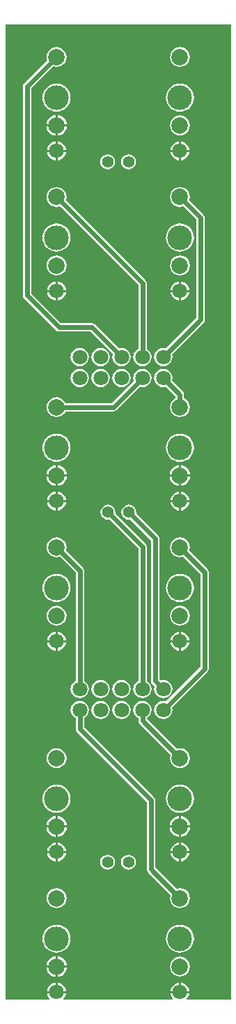
<source format=gbl>
G04 Layer_Physical_Order=2*
G04 Layer_Color=16711680*
%FSLAX25Y25*%
%MOIN*%
G70*
G01*
G75*
%ADD10C,0.02362*%
%ADD11C,0.07087*%
%ADD12C,0.07874*%
%ADD13C,0.11811*%
%ADD14C,0.07087*%
%ADD15C,0.05512*%
G36*
X112969Y5141D02*
X92126D01*
X91931Y5641D01*
X92551Y6449D01*
X93009Y7554D01*
X93099Y8240D01*
X84066D01*
X84156Y7554D01*
X84614Y6449D01*
X85234Y5641D01*
X85040Y5141D01*
X33071D01*
X32876Y5641D01*
X33496Y6449D01*
X33954Y7554D01*
X34044Y8240D01*
X25011D01*
X25101Y7554D01*
X25559Y6449D01*
X26179Y5641D01*
X25984Y5141D01*
X5141D01*
Y471237D01*
X112969D01*
Y5141D01*
D02*
G37*
%LPC*%
G36*
X88583Y226037D02*
X87349Y225874D01*
X86200Y225398D01*
X85213Y224641D01*
X84456Y223654D01*
X83980Y222505D01*
X83817Y221272D01*
X83980Y220038D01*
X84456Y218889D01*
X85213Y217902D01*
X86200Y217145D01*
X87349Y216669D01*
X88583Y216507D01*
X89816Y216669D01*
X90192Y216824D01*
X98387Y208629D01*
Y164138D01*
X81937Y147689D01*
X81761Y147763D01*
X80630Y147911D01*
X79499Y147763D01*
X78446Y147326D01*
X77541Y146632D01*
X76847Y145727D01*
X76411Y144674D01*
X76262Y143543D01*
X76411Y142413D01*
X76847Y141359D01*
X77541Y140455D01*
X78446Y139760D01*
X79499Y139324D01*
X80630Y139175D01*
X81761Y139324D01*
X82814Y139760D01*
X83719Y140455D01*
X84413Y141359D01*
X84849Y142413D01*
X84998Y143543D01*
X84849Y144674D01*
X84776Y144851D01*
X101813Y161888D01*
X102248Y162539D01*
X102401Y163307D01*
Y209461D01*
X102248Y210229D01*
X101813Y210880D01*
X93030Y219663D01*
X93186Y220038D01*
X93348Y221272D01*
X93186Y222505D01*
X92709Y223654D01*
X91952Y224641D01*
X90965Y225398D01*
X89816Y225874D01*
X88583Y226037D01*
D02*
G37*
G36*
X60630Y147911D02*
X59499Y147763D01*
X58446Y147326D01*
X57541Y146632D01*
X56847Y145727D01*
X56411Y144674D01*
X56262Y143543D01*
X56411Y142413D01*
X56847Y141359D01*
X57541Y140455D01*
X58446Y139760D01*
X59499Y139324D01*
X60630Y139175D01*
X61760Y139324D01*
X62814Y139760D01*
X63719Y140455D01*
X64413Y141359D01*
X64849Y142413D01*
X64998Y143543D01*
X64849Y144674D01*
X64413Y145727D01*
X63719Y146632D01*
X62814Y147326D01*
X61760Y147763D01*
X60630Y147911D01*
D02*
G37*
G36*
X50630D02*
X49499Y147763D01*
X48446Y147326D01*
X47541Y146632D01*
X46847Y145727D01*
X46411Y144674D01*
X46262Y143543D01*
X46411Y142413D01*
X46847Y141359D01*
X47541Y140455D01*
X48446Y139760D01*
X49499Y139324D01*
X50630Y139175D01*
X51761Y139324D01*
X52814Y139760D01*
X53719Y140455D01*
X54413Y141359D01*
X54849Y142413D01*
X54998Y143543D01*
X54849Y144674D01*
X54413Y145727D01*
X53719Y146632D01*
X52814Y147326D01*
X51761Y147763D01*
X50630Y147911D01*
D02*
G37*
G36*
X29528Y226037D02*
X28294Y225874D01*
X27145Y225398D01*
X26158Y224641D01*
X25401Y223654D01*
X24925Y222505D01*
X24762Y221272D01*
X24925Y220038D01*
X25401Y218889D01*
X26158Y217902D01*
X27145Y217145D01*
X28294Y216669D01*
X29528Y216507D01*
X30761Y216669D01*
X31136Y216824D01*
X38623Y209338D01*
Y157399D01*
X38446Y157326D01*
X37541Y156632D01*
X36847Y155727D01*
X36411Y154674D01*
X36262Y153543D01*
X36411Y152413D01*
X36847Y151359D01*
X37541Y150455D01*
X38446Y149760D01*
X39499Y149324D01*
X40630Y149175D01*
X41761Y149324D01*
X42814Y149760D01*
X43719Y150455D01*
X44413Y151359D01*
X44849Y152413D01*
X44998Y153543D01*
X44849Y154674D01*
X44413Y155727D01*
X43719Y156632D01*
X42814Y157326D01*
X42637Y157399D01*
Y210169D01*
X42484Y210937D01*
X42049Y211589D01*
X33975Y219663D01*
X34130Y220038D01*
X34293Y221272D01*
X34130Y222505D01*
X33654Y223654D01*
X32897Y224641D01*
X31910Y225398D01*
X30761Y225874D01*
X29528Y226037D01*
D02*
G37*
G36*
X54139Y241664D02*
X53214Y241543D01*
X52352Y241186D01*
X51612Y240618D01*
X51044Y239878D01*
X50687Y239016D01*
X50565Y238090D01*
X50687Y237165D01*
X51044Y236304D01*
X51612Y235563D01*
X52352Y234996D01*
X53214Y234638D01*
X54139Y234517D01*
X54789Y234602D01*
X68623Y220768D01*
Y157399D01*
X68446Y157326D01*
X67541Y156632D01*
X66847Y155727D01*
X66411Y154674D01*
X66262Y153543D01*
X66411Y152413D01*
X66847Y151359D01*
X67541Y150455D01*
X68446Y149760D01*
X69499Y149324D01*
X70630Y149175D01*
X71760Y149324D01*
X72814Y149760D01*
X73719Y150455D01*
X74413Y151359D01*
X74849Y152413D01*
X74998Y153543D01*
X74849Y154674D01*
X74413Y155727D01*
X73719Y156632D01*
X72814Y157326D01*
X72637Y157399D01*
Y221599D01*
X72484Y222367D01*
X72049Y223019D01*
X57627Y237441D01*
X57713Y238090D01*
X57591Y239016D01*
X57234Y239878D01*
X56666Y240618D01*
X55926Y241186D01*
X55064Y241543D01*
X54139Y241664D01*
D02*
G37*
G36*
X60630Y157911D02*
X59499Y157763D01*
X58446Y157326D01*
X57541Y156632D01*
X56847Y155727D01*
X56411Y154674D01*
X56262Y153543D01*
X56411Y152413D01*
X56847Y151359D01*
X57541Y150455D01*
X58446Y149760D01*
X59499Y149324D01*
X60630Y149175D01*
X61760Y149324D01*
X62814Y149760D01*
X63719Y150455D01*
X64413Y151359D01*
X64849Y152413D01*
X64998Y153543D01*
X64849Y154674D01*
X64413Y155727D01*
X63719Y156632D01*
X62814Y157326D01*
X61760Y157763D01*
X60630Y157911D01*
D02*
G37*
G36*
X50630D02*
X49499Y157763D01*
X48446Y157326D01*
X47541Y156632D01*
X46847Y155727D01*
X46411Y154674D01*
X46262Y153543D01*
X46411Y152413D01*
X46847Y151359D01*
X47541Y150455D01*
X48446Y149760D01*
X49499Y149324D01*
X50630Y149175D01*
X51761Y149324D01*
X52814Y149760D01*
X53719Y150455D01*
X54413Y151359D01*
X54849Y152413D01*
X54998Y153543D01*
X54849Y154674D01*
X54413Y155727D01*
X53719Y156632D01*
X52814Y157326D01*
X51761Y157763D01*
X50630Y157911D01*
D02*
G37*
G36*
X89083Y92788D02*
Y88374D01*
X93497D01*
X93393Y89163D01*
X92895Y90364D01*
X92104Y91395D01*
X91072Y92186D01*
X89872Y92684D01*
X89083Y92788D01*
D02*
G37*
G36*
X88083D02*
X87294Y92684D01*
X86093Y92186D01*
X85062Y91395D01*
X84270Y90364D01*
X83773Y89163D01*
X83669Y88374D01*
X88083D01*
Y92788D01*
D02*
G37*
G36*
X30028D02*
Y88374D01*
X34441D01*
X34337Y89163D01*
X33840Y90364D01*
X33049Y91395D01*
X32017Y92186D01*
X30816Y92684D01*
X30028Y92788D01*
D02*
G37*
G36*
X29528Y107906D02*
X28216Y107777D01*
X26954Y107395D01*
X25791Y106773D01*
X24772Y105937D01*
X23936Y104918D01*
X23314Y103755D01*
X22931Y102493D01*
X22802Y101181D01*
X22931Y99869D01*
X23314Y98607D01*
X23936Y97445D01*
X24772Y96426D01*
X25791Y95589D01*
X26954Y94968D01*
X28216Y94585D01*
X29528Y94456D01*
X30840Y94585D01*
X32101Y94968D01*
X33264Y95589D01*
X34283Y96426D01*
X35119Y97445D01*
X35741Y98607D01*
X36124Y99869D01*
X36253Y101181D01*
X36124Y102493D01*
X35741Y103755D01*
X35119Y104918D01*
X34283Y105937D01*
X33264Y106773D01*
X32101Y107395D01*
X30840Y107777D01*
X29528Y107906D01*
D02*
G37*
G36*
X70630Y147911D02*
X69499Y147763D01*
X68446Y147326D01*
X67541Y146632D01*
X66847Y145727D01*
X66411Y144674D01*
X66262Y143543D01*
X66411Y142413D01*
X66847Y141359D01*
X67541Y140455D01*
X68446Y139760D01*
X68623Y139687D01*
Y138504D01*
X68776Y137736D01*
X69211Y137085D01*
X84135Y122160D01*
X83980Y121784D01*
X83817Y120551D01*
X83980Y119318D01*
X84456Y118169D01*
X85213Y117182D01*
X86200Y116424D01*
X87349Y115948D01*
X88583Y115786D01*
X89816Y115948D01*
X90965Y116424D01*
X91952Y117182D01*
X92709Y118169D01*
X93186Y119318D01*
X93348Y120551D01*
X93186Y121784D01*
X92709Y122934D01*
X91952Y123921D01*
X90965Y124678D01*
X89816Y125154D01*
X88583Y125316D01*
X87349Y125154D01*
X86974Y124998D01*
X72747Y139225D01*
X72813Y139757D01*
X72815Y139761D01*
X73719Y140455D01*
X74413Y141359D01*
X74849Y142413D01*
X74998Y143543D01*
X74849Y144674D01*
X74413Y145727D01*
X73719Y146632D01*
X72814Y147326D01*
X71760Y147763D01*
X70630Y147911D01*
D02*
G37*
G36*
X29528Y125316D02*
X28294Y125154D01*
X27145Y124678D01*
X26158Y123921D01*
X25401Y122934D01*
X24925Y121784D01*
X24762Y120551D01*
X24925Y119318D01*
X25401Y118169D01*
X26158Y117182D01*
X27145Y116424D01*
X28294Y115948D01*
X29528Y115786D01*
X30761Y115948D01*
X31910Y116424D01*
X32897Y117182D01*
X33654Y118169D01*
X34130Y119318D01*
X34293Y120551D01*
X34130Y121784D01*
X33654Y122934D01*
X32897Y123921D01*
X31910Y124678D01*
X30761Y125154D01*
X29528Y125316D01*
D02*
G37*
G36*
X88583Y107906D02*
X87271Y107777D01*
X86009Y107395D01*
X84846Y106773D01*
X83827Y105937D01*
X82991Y104918D01*
X82369Y103755D01*
X81987Y102493D01*
X81857Y101181D01*
X81987Y99869D01*
X82369Y98607D01*
X82991Y97445D01*
X83827Y96426D01*
X84846Y95589D01*
X86009Y94968D01*
X87271Y94585D01*
X88583Y94456D01*
X89895Y94585D01*
X91156Y94968D01*
X92319Y95589D01*
X93338Y96426D01*
X94174Y97445D01*
X94796Y98607D01*
X95179Y99869D01*
X95308Y101181D01*
X95179Y102493D01*
X94796Y103755D01*
X94174Y104918D01*
X93338Y105937D01*
X92319Y106773D01*
X91156Y107395D01*
X89895Y107777D01*
X88583Y107906D01*
D02*
G37*
G36*
X29528Y193360D02*
X28294Y193197D01*
X27145Y192721D01*
X26158Y191964D01*
X25401Y190977D01*
X24925Y189828D01*
X24762Y188594D01*
X24925Y187361D01*
X25401Y186212D01*
X26158Y185225D01*
X27145Y184468D01*
X28294Y183992D01*
X29528Y183829D01*
X30761Y183992D01*
X31910Y184468D01*
X32897Y185225D01*
X33654Y186212D01*
X34130Y187361D01*
X34293Y188594D01*
X34130Y189828D01*
X33654Y190977D01*
X32897Y191964D01*
X31910Y192721D01*
X30761Y193197D01*
X29528Y193360D01*
D02*
G37*
G36*
X89083Y180906D02*
Y176890D01*
X93099D01*
X93009Y177576D01*
X92551Y178681D01*
X91823Y179630D01*
X90874Y180358D01*
X89769Y180816D01*
X89083Y180906D01*
D02*
G37*
G36*
X88083D02*
X87397Y180816D01*
X86291Y180358D01*
X85342Y179630D01*
X84614Y178681D01*
X84156Y177576D01*
X84066Y176890D01*
X88083D01*
Y180906D01*
D02*
G37*
G36*
X88583Y193360D02*
X87349Y193197D01*
X86200Y192721D01*
X85213Y191964D01*
X84456Y190977D01*
X83980Y189828D01*
X83817Y188594D01*
X83980Y187361D01*
X84456Y186212D01*
X85213Y185225D01*
X86200Y184468D01*
X87349Y183992D01*
X88583Y183829D01*
X89816Y183992D01*
X90965Y184468D01*
X91952Y185225D01*
X92709Y186212D01*
X93186Y187361D01*
X93348Y188594D01*
X93186Y189828D01*
X92709Y190977D01*
X91952Y191964D01*
X90965Y192721D01*
X89816Y193197D01*
X88583Y193360D01*
D02*
G37*
G36*
X29028Y242886D02*
X25011D01*
X25101Y242200D01*
X25559Y241095D01*
X26287Y240145D01*
X27236Y239417D01*
X28341Y238960D01*
X29028Y238869D01*
Y242886D01*
D02*
G37*
G36*
X88583Y208627D02*
X87271Y208498D01*
X86009Y208115D01*
X84846Y207493D01*
X83827Y206657D01*
X82991Y205638D01*
X82369Y204475D01*
X81987Y203214D01*
X81857Y201902D01*
X81987Y200589D01*
X82369Y199328D01*
X82991Y198165D01*
X83827Y197146D01*
X84846Y196310D01*
X86009Y195688D01*
X87271Y195306D01*
X88583Y195176D01*
X89895Y195306D01*
X91156Y195688D01*
X92319Y196310D01*
X93338Y197146D01*
X94174Y198165D01*
X94796Y199328D01*
X95179Y200589D01*
X95308Y201902D01*
X95179Y203214D01*
X94796Y204475D01*
X94174Y205638D01*
X93338Y206657D01*
X92319Y207493D01*
X91156Y208115D01*
X89895Y208498D01*
X88583Y208627D01*
D02*
G37*
G36*
X29528D02*
X28216Y208498D01*
X26954Y208115D01*
X25791Y207493D01*
X24772Y206657D01*
X23936Y205638D01*
X23314Y204475D01*
X22931Y203214D01*
X22802Y201902D01*
X22931Y200589D01*
X23314Y199328D01*
X23936Y198165D01*
X24772Y197146D01*
X25791Y196310D01*
X26954Y195688D01*
X28216Y195306D01*
X29528Y195176D01*
X30840Y195306D01*
X32101Y195688D01*
X33264Y196310D01*
X34283Y197146D01*
X35119Y198165D01*
X35741Y199328D01*
X36124Y200589D01*
X36253Y201902D01*
X36124Y203214D01*
X35741Y204475D01*
X35119Y205638D01*
X34283Y206657D01*
X33264Y207493D01*
X32101Y208115D01*
X30840Y208498D01*
X29528Y208627D01*
D02*
G37*
G36*
X34044Y175890D02*
X30028D01*
Y171873D01*
X30714Y171963D01*
X31819Y172421D01*
X32768Y173149D01*
X33496Y174099D01*
X33954Y175204D01*
X34044Y175890D01*
D02*
G37*
G36*
X29028D02*
X25011D01*
X25101Y175204D01*
X25559Y174099D01*
X26287Y173149D01*
X27236Y172421D01*
X28341Y171963D01*
X29028Y171873D01*
Y175890D01*
D02*
G37*
G36*
X64139Y241664D02*
X63214Y241543D01*
X62352Y241186D01*
X61612Y240618D01*
X61044Y239878D01*
X60687Y239016D01*
X60565Y238090D01*
X60687Y237165D01*
X61044Y236304D01*
X61612Y235563D01*
X62352Y234996D01*
X63214Y234638D01*
X64139Y234517D01*
X64789Y234602D01*
X74765Y224626D01*
Y157402D01*
X74917Y156633D01*
X75352Y155982D01*
X76484Y154851D01*
X76411Y154674D01*
X76262Y153543D01*
X76411Y152413D01*
X76847Y151359D01*
X77541Y150455D01*
X78446Y149760D01*
X79499Y149324D01*
X80630Y149175D01*
X81761Y149324D01*
X82814Y149760D01*
X83719Y150455D01*
X84413Y151359D01*
X84849Y152413D01*
X84998Y153543D01*
X84849Y154674D01*
X84413Y155727D01*
X83719Y156632D01*
X82814Y157326D01*
X81761Y157763D01*
X80630Y157911D01*
X79499Y157763D01*
X79322Y157689D01*
X78779Y158233D01*
Y225458D01*
X78626Y226226D01*
X78191Y226877D01*
X67627Y237441D01*
X67713Y238090D01*
X67591Y239016D01*
X67234Y239878D01*
X66666Y240618D01*
X65926Y241186D01*
X65064Y241543D01*
X64139Y241664D01*
D02*
G37*
G36*
X88083Y175890D02*
X84066D01*
X84156Y175204D01*
X84614Y174099D01*
X85342Y173149D01*
X86291Y172421D01*
X87397Y171963D01*
X88083Y171873D01*
Y175890D01*
D02*
G37*
G36*
X30028Y180906D02*
Y176890D01*
X34044D01*
X33954Y177576D01*
X33496Y178681D01*
X32768Y179630D01*
X31819Y180358D01*
X30714Y180816D01*
X30028Y180906D01*
D02*
G37*
G36*
X29028D02*
X28341Y180816D01*
X27236Y180358D01*
X26287Y179630D01*
X25559Y178681D01*
X25101Y177576D01*
X25011Y176890D01*
X29028D01*
Y180906D01*
D02*
G37*
G36*
X93099Y175890D02*
X89083D01*
Y171873D01*
X89769Y171963D01*
X90874Y172421D01*
X91823Y173149D01*
X92551Y174099D01*
X93009Y175204D01*
X93099Y175890D01*
D02*
G37*
G36*
X29528Y40977D02*
X28216Y40848D01*
X26954Y40465D01*
X25791Y39844D01*
X24772Y39007D01*
X23936Y37988D01*
X23314Y36826D01*
X22931Y35564D01*
X22802Y34252D01*
X22931Y32940D01*
X23314Y31678D01*
X23936Y30516D01*
X24772Y29496D01*
X25791Y28660D01*
X26954Y28039D01*
X28216Y27656D01*
X29528Y27527D01*
X30840Y27656D01*
X32101Y28039D01*
X33264Y28660D01*
X34283Y29496D01*
X35119Y30516D01*
X35741Y31678D01*
X36124Y32940D01*
X36253Y34252D01*
X36124Y35564D01*
X35741Y36826D01*
X35119Y37988D01*
X34283Y39007D01*
X33264Y39844D01*
X32101Y40465D01*
X30840Y40848D01*
X29528Y40977D01*
D02*
G37*
G36*
X30028Y25859D02*
Y21445D01*
X34441D01*
X34337Y22234D01*
X33840Y23435D01*
X33049Y24466D01*
X32017Y25257D01*
X30816Y25755D01*
X30028Y25859D01*
D02*
G37*
G36*
X29028D02*
X28239Y25755D01*
X27038Y25257D01*
X26006Y24466D01*
X25215Y23435D01*
X24718Y22234D01*
X24614Y21445D01*
X29028D01*
Y25859D01*
D02*
G37*
G36*
X88583Y40977D02*
X87271Y40848D01*
X86009Y40465D01*
X84846Y39844D01*
X83827Y39007D01*
X82991Y37988D01*
X82369Y36826D01*
X81987Y35564D01*
X81857Y34252D01*
X81987Y32940D01*
X82369Y31678D01*
X82991Y30516D01*
X83827Y29496D01*
X84846Y28660D01*
X86009Y28039D01*
X87271Y27656D01*
X88583Y27527D01*
X89895Y27656D01*
X91156Y28039D01*
X92319Y28660D01*
X93338Y29496D01*
X94174Y30516D01*
X94796Y31678D01*
X95179Y32940D01*
X95308Y34252D01*
X95179Y35564D01*
X94796Y36826D01*
X94174Y37988D01*
X93338Y39007D01*
X92319Y39844D01*
X91156Y40465D01*
X89895Y40848D01*
X88583Y40977D01*
D02*
G37*
G36*
X53976Y74440D02*
X53051Y74318D01*
X52189Y73961D01*
X51449Y73393D01*
X50881Y72653D01*
X50524Y71791D01*
X50402Y70866D01*
X50524Y69941D01*
X50881Y69079D01*
X51449Y68339D01*
X52189Y67771D01*
X53051Y67414D01*
X53976Y67292D01*
X54901Y67414D01*
X55763Y67771D01*
X56503Y68339D01*
X57072Y69079D01*
X57428Y69941D01*
X57550Y70866D01*
X57428Y71791D01*
X57072Y72653D01*
X56503Y73393D01*
X55763Y73961D01*
X54901Y74318D01*
X53976Y74440D01*
D02*
G37*
G36*
X40630Y147911D02*
X39499Y147763D01*
X38446Y147326D01*
X37541Y146632D01*
X36847Y145727D01*
X36411Y144674D01*
X36262Y143543D01*
X36411Y142413D01*
X36847Y141359D01*
X37541Y140455D01*
X38446Y139760D01*
X38623Y139687D01*
Y134567D01*
X38776Y133799D01*
X39211Y133148D01*
X72796Y99562D01*
Y67402D01*
X72949Y66633D01*
X73384Y65982D01*
X84135Y55231D01*
X83980Y54855D01*
X83817Y53622D01*
X83980Y52389D01*
X84456Y51240D01*
X85213Y50253D01*
X86200Y49495D01*
X87349Y49019D01*
X88583Y48857D01*
X89816Y49019D01*
X90965Y49495D01*
X91952Y50253D01*
X92709Y51240D01*
X93186Y52389D01*
X93348Y53622D01*
X93186Y54855D01*
X92709Y56005D01*
X91952Y56991D01*
X90965Y57749D01*
X89816Y58225D01*
X88583Y58387D01*
X87349Y58225D01*
X86974Y58069D01*
X76810Y68233D01*
Y100394D01*
X76657Y101162D01*
X76222Y101813D01*
X42637Y135398D01*
Y139687D01*
X42814Y139760D01*
X43719Y140455D01*
X44413Y141359D01*
X44849Y142413D01*
X44998Y143543D01*
X44849Y144674D01*
X44413Y145727D01*
X43719Y146632D01*
X42814Y147326D01*
X41761Y147763D01*
X40630Y147911D01*
D02*
G37*
G36*
X29528Y58387D02*
X28294Y58225D01*
X27145Y57749D01*
X26158Y56991D01*
X25401Y56005D01*
X24925Y54855D01*
X24762Y53622D01*
X24925Y52389D01*
X25401Y51240D01*
X26158Y50253D01*
X27145Y49495D01*
X28294Y49019D01*
X29528Y48857D01*
X30761Y49019D01*
X31910Y49495D01*
X32897Y50253D01*
X33654Y51240D01*
X34130Y52389D01*
X34293Y53622D01*
X34130Y54855D01*
X33654Y56005D01*
X32897Y56991D01*
X31910Y57749D01*
X30761Y58225D01*
X29528Y58387D01*
D02*
G37*
G36*
X88083Y13257D02*
X87397Y13167D01*
X86291Y12709D01*
X85342Y11981D01*
X84614Y11031D01*
X84156Y9926D01*
X84066Y9240D01*
X88083D01*
Y13257D01*
D02*
G37*
G36*
X30028D02*
Y9240D01*
X34044D01*
X33954Y9926D01*
X33496Y11031D01*
X32768Y11981D01*
X31819Y12709D01*
X30714Y13167D01*
X30028Y13257D01*
D02*
G37*
G36*
X29028D02*
X28341Y13167D01*
X27236Y12709D01*
X26287Y11981D01*
X25559Y11031D01*
X25101Y9926D01*
X25011Y9240D01*
X29028D01*
Y13257D01*
D02*
G37*
G36*
X89083D02*
Y9240D01*
X93099D01*
X93009Y9926D01*
X92551Y11031D01*
X91823Y11981D01*
X90874Y12709D01*
X89769Y13167D01*
X89083Y13257D01*
D02*
G37*
G36*
X88583Y25710D02*
X87349Y25548D01*
X86200Y25072D01*
X85213Y24314D01*
X84456Y23327D01*
X83980Y22178D01*
X83817Y20945D01*
X83980Y19712D01*
X84456Y18562D01*
X85213Y17575D01*
X86200Y16818D01*
X87349Y16342D01*
X88583Y16180D01*
X89816Y16342D01*
X90965Y16818D01*
X91952Y17575D01*
X92709Y18562D01*
X93186Y19712D01*
X93348Y20945D01*
X93186Y22178D01*
X92709Y23327D01*
X91952Y24314D01*
X90965Y25072D01*
X89816Y25548D01*
X88583Y25710D01*
D02*
G37*
G36*
X34441Y20445D02*
X30028D01*
Y16031D01*
X30816Y16135D01*
X32017Y16632D01*
X33049Y17424D01*
X33840Y18455D01*
X34337Y19656D01*
X34441Y20445D01*
D02*
G37*
G36*
X29028D02*
X24614D01*
X24718Y19656D01*
X25215Y18455D01*
X26006Y17424D01*
X27038Y16632D01*
X28239Y16135D01*
X29028Y16031D01*
Y20445D01*
D02*
G37*
G36*
Y87374D02*
X24614D01*
X24718Y86585D01*
X25215Y85384D01*
X26006Y84353D01*
X27038Y83561D01*
X28239Y83064D01*
X29028Y82960D01*
Y87374D01*
D02*
G37*
G36*
X89083Y80186D02*
Y76169D01*
X93099D01*
X93009Y76855D01*
X92551Y77960D01*
X91823Y78910D01*
X90874Y79638D01*
X89769Y80096D01*
X89083Y80186D01*
D02*
G37*
G36*
X88083D02*
X87397Y80096D01*
X86291Y79638D01*
X85342Y78910D01*
X84614Y77960D01*
X84156Y76855D01*
X84066Y76169D01*
X88083D01*
Y80186D01*
D02*
G37*
G36*
X34441Y87374D02*
X30028D01*
Y82960D01*
X30816Y83064D01*
X32017Y83561D01*
X33049Y84353D01*
X33840Y85384D01*
X34337Y86585D01*
X34441Y87374D01*
D02*
G37*
G36*
X29028Y92788D02*
X28239Y92684D01*
X27038Y92186D01*
X26006Y91395D01*
X25215Y90364D01*
X24718Y89163D01*
X24614Y88374D01*
X29028D01*
Y92788D01*
D02*
G37*
G36*
X93497Y87374D02*
X89083D01*
Y82960D01*
X89872Y83064D01*
X91072Y83561D01*
X92104Y84353D01*
X92895Y85384D01*
X93393Y86585D01*
X93497Y87374D01*
D02*
G37*
G36*
X88083D02*
X83669D01*
X83773Y86585D01*
X84270Y85384D01*
X85062Y84353D01*
X86093Y83561D01*
X87294Y83064D01*
X88083Y82960D01*
Y87374D01*
D02*
G37*
G36*
X34044Y75169D02*
X30028D01*
Y71153D01*
X30714Y71243D01*
X31819Y71701D01*
X32768Y72429D01*
X33496Y73378D01*
X33954Y74483D01*
X34044Y75169D01*
D02*
G37*
G36*
X29028D02*
X25011D01*
X25101Y74483D01*
X25559Y73378D01*
X26287Y72429D01*
X27236Y71701D01*
X28341Y71243D01*
X29028Y71153D01*
Y75169D01*
D02*
G37*
G36*
X63976Y74440D02*
X63051Y74318D01*
X62190Y73961D01*
X61449Y73393D01*
X60881Y72653D01*
X60524Y71791D01*
X60403Y70866D01*
X60524Y69941D01*
X60881Y69079D01*
X61449Y68339D01*
X62190Y67771D01*
X63051Y67414D01*
X63976Y67292D01*
X64901Y67414D01*
X65763Y67771D01*
X66504Y68339D01*
X67071Y69079D01*
X67428Y69941D01*
X67550Y70866D01*
X67428Y71791D01*
X67071Y72653D01*
X66504Y73393D01*
X65763Y73961D01*
X64901Y74318D01*
X63976Y74440D01*
D02*
G37*
G36*
X88083Y75169D02*
X84066D01*
X84156Y74483D01*
X84614Y73378D01*
X85342Y72429D01*
X86291Y71701D01*
X87397Y71243D01*
X88083Y71153D01*
Y75169D01*
D02*
G37*
G36*
X30028Y80186D02*
Y76169D01*
X34044D01*
X33954Y76855D01*
X33496Y77960D01*
X32768Y78910D01*
X31819Y79638D01*
X30714Y80096D01*
X30028Y80186D01*
D02*
G37*
G36*
X29028D02*
X28341Y80096D01*
X27236Y79638D01*
X26287Y78910D01*
X25559Y77960D01*
X25101Y76855D01*
X25011Y76169D01*
X29028D01*
Y80186D01*
D02*
G37*
G36*
X93099Y75169D02*
X89083D01*
Y71153D01*
X89769Y71243D01*
X90874Y71701D01*
X91823Y72429D01*
X92551Y73378D01*
X93009Y74483D01*
X93099Y75169D01*
D02*
G37*
G36*
X54035Y409086D02*
X53110Y408964D01*
X52249Y408607D01*
X51508Y408039D01*
X50940Y407299D01*
X50583Y406437D01*
X50462Y405512D01*
X50583Y404587D01*
X50940Y403725D01*
X51508Y402985D01*
X52249Y402417D01*
X53110Y402060D01*
X54035Y401938D01*
X54960Y402060D01*
X55822Y402417D01*
X56563Y402985D01*
X57130Y403725D01*
X57487Y404587D01*
X57609Y405512D01*
X57487Y406437D01*
X57130Y407299D01*
X56563Y408039D01*
X55822Y408607D01*
X54960Y408964D01*
X54035Y409086D01*
D02*
G37*
G36*
X88583Y376017D02*
X87271Y375887D01*
X86009Y375505D01*
X84846Y374883D01*
X83827Y374047D01*
X82991Y373028D01*
X82369Y371865D01*
X81987Y370603D01*
X81857Y369291D01*
X81987Y367979D01*
X82369Y366718D01*
X82991Y365555D01*
X83827Y364536D01*
X84846Y363699D01*
X86009Y363078D01*
X87271Y362695D01*
X88583Y362566D01*
X89895Y362695D01*
X91156Y363078D01*
X92319Y363699D01*
X93338Y364536D01*
X94174Y365555D01*
X94796Y366718D01*
X95179Y367979D01*
X95308Y369291D01*
X95179Y370603D01*
X94796Y371865D01*
X94174Y373028D01*
X93338Y374047D01*
X92319Y374883D01*
X91156Y375505D01*
X89895Y375887D01*
X88583Y376017D01*
D02*
G37*
G36*
X29528D02*
X28216Y375887D01*
X26954Y375505D01*
X25791Y374883D01*
X24772Y374047D01*
X23936Y373028D01*
X23314Y371865D01*
X22931Y370603D01*
X22802Y369291D01*
X22931Y367979D01*
X23314Y366718D01*
X23936Y365555D01*
X24772Y364536D01*
X25791Y363699D01*
X26954Y363078D01*
X28216Y362695D01*
X29528Y362566D01*
X30840Y362695D01*
X32101Y363078D01*
X33264Y363699D01*
X34283Y364536D01*
X35119Y365555D01*
X35741Y366718D01*
X36124Y367979D01*
X36253Y369291D01*
X36124Y370603D01*
X35741Y371865D01*
X35119Y373028D01*
X34283Y374047D01*
X33264Y374883D01*
X32101Y375505D01*
X30840Y375887D01*
X29528Y376017D01*
D02*
G37*
G36*
X64035Y409086D02*
X63110Y408964D01*
X62248Y408607D01*
X61508Y408039D01*
X60940Y407299D01*
X60583Y406437D01*
X60462Y405512D01*
X60583Y404587D01*
X60940Y403725D01*
X61508Y402985D01*
X62248Y402417D01*
X63110Y402060D01*
X64035Y401938D01*
X64960Y402060D01*
X65822Y402417D01*
X66562Y402985D01*
X67131Y403725D01*
X67488Y404587D01*
X67609Y405512D01*
X67488Y406437D01*
X67131Y407299D01*
X66562Y408039D01*
X65822Y408607D01*
X64960Y408964D01*
X64035Y409086D01*
D02*
G37*
G36*
X88083Y410209D02*
X84066D01*
X84156Y409523D01*
X84614Y408417D01*
X85342Y407468D01*
X86291Y406740D01*
X87397Y406282D01*
X88083Y406192D01*
Y410209D01*
D02*
G37*
G36*
X34044D02*
X30028D01*
Y406192D01*
X30714Y406282D01*
X31819Y406740D01*
X32768Y407468D01*
X33496Y408417D01*
X33954Y409523D01*
X34044Y410209D01*
D02*
G37*
G36*
X29028D02*
X25011D01*
X25101Y409523D01*
X25559Y408417D01*
X26287Y407468D01*
X27236Y406740D01*
X28341Y406282D01*
X29028Y406192D01*
Y410209D01*
D02*
G37*
G36*
X30028Y348296D02*
Y344280D01*
X34044D01*
X33954Y344966D01*
X33496Y346071D01*
X32768Y347020D01*
X31819Y347748D01*
X30714Y348206D01*
X30028Y348296D01*
D02*
G37*
G36*
X29028D02*
X28341Y348206D01*
X27236Y347748D01*
X26287Y347020D01*
X25559Y346071D01*
X25101Y344966D01*
X25011Y344280D01*
X29028D01*
Y348296D01*
D02*
G37*
G36*
X93099Y343280D02*
X89083D01*
Y339263D01*
X89769Y339353D01*
X90874Y339811D01*
X91823Y340539D01*
X92551Y341488D01*
X93009Y342594D01*
X93099Y343280D01*
D02*
G37*
G36*
X88083Y348296D02*
X87397Y348206D01*
X86291Y347748D01*
X85342Y347020D01*
X84614Y346071D01*
X84156Y344966D01*
X84066Y344280D01*
X88083D01*
Y348296D01*
D02*
G37*
G36*
X88583Y360749D02*
X87349Y360587D01*
X86200Y360111D01*
X85213Y359354D01*
X84456Y358367D01*
X83980Y357218D01*
X83817Y355984D01*
X83980Y354751D01*
X84456Y353602D01*
X85213Y352615D01*
X86200Y351857D01*
X87349Y351381D01*
X88583Y351219D01*
X89816Y351381D01*
X90965Y351857D01*
X91952Y352615D01*
X92709Y353602D01*
X93186Y354751D01*
X93348Y355984D01*
X93186Y357218D01*
X92709Y358367D01*
X91952Y359354D01*
X90965Y360111D01*
X89816Y360587D01*
X88583Y360749D01*
D02*
G37*
G36*
X29528D02*
X28294Y360587D01*
X27145Y360111D01*
X26158Y359354D01*
X25401Y358367D01*
X24925Y357218D01*
X24762Y355984D01*
X24925Y354751D01*
X25401Y353602D01*
X26158Y352615D01*
X27145Y351857D01*
X28294Y351381D01*
X29528Y351219D01*
X30761Y351381D01*
X31910Y351857D01*
X32897Y352615D01*
X33654Y353602D01*
X34130Y354751D01*
X34293Y355984D01*
X34130Y357218D01*
X33654Y358367D01*
X32897Y359354D01*
X31910Y360111D01*
X30761Y360587D01*
X29528Y360749D01*
D02*
G37*
G36*
X89083Y348296D02*
Y344280D01*
X93099D01*
X93009Y344966D01*
X92551Y346071D01*
X91823Y347020D01*
X90874Y347748D01*
X89769Y348206D01*
X89083Y348296D01*
D02*
G37*
G36*
X30028Y427827D02*
Y423413D01*
X34441D01*
X34337Y424202D01*
X33840Y425403D01*
X33049Y426435D01*
X32017Y427226D01*
X30816Y427723D01*
X30028Y427827D01*
D02*
G37*
G36*
X29028D02*
X28239Y427723D01*
X27038Y427226D01*
X26006Y426435D01*
X25215Y425403D01*
X24718Y424202D01*
X24614Y423413D01*
X29028D01*
Y427827D01*
D02*
G37*
G36*
X88583Y427678D02*
X87349Y427516D01*
X86200Y427040D01*
X85213Y426283D01*
X84456Y425296D01*
X83980Y424147D01*
X83817Y422913D01*
X83980Y421680D01*
X84456Y420531D01*
X85213Y419544D01*
X86200Y418787D01*
X87349Y418310D01*
X88583Y418148D01*
X89816Y418310D01*
X90965Y418787D01*
X91952Y419544D01*
X92709Y420531D01*
X93186Y421680D01*
X93348Y422913D01*
X93186Y424147D01*
X92709Y425296D01*
X91952Y426283D01*
X90965Y427040D01*
X89816Y427516D01*
X88583Y427678D01*
D02*
G37*
G36*
X29528Y442946D02*
X28216Y442816D01*
X26954Y442434D01*
X25791Y441812D01*
X24772Y440976D01*
X23936Y439957D01*
X23314Y438794D01*
X22931Y437533D01*
X22802Y436220D01*
X22931Y434908D01*
X23314Y433647D01*
X23936Y432484D01*
X24772Y431465D01*
X25791Y430629D01*
X26954Y430007D01*
X28216Y429624D01*
X29528Y429495D01*
X30840Y429624D01*
X32101Y430007D01*
X33264Y430629D01*
X34283Y431465D01*
X35119Y432484D01*
X35741Y433647D01*
X36124Y434908D01*
X36253Y436220D01*
X36124Y437533D01*
X35741Y438794D01*
X35119Y439957D01*
X34283Y440976D01*
X33264Y441812D01*
X32101Y442434D01*
X30840Y442816D01*
X29528Y442946D01*
D02*
G37*
G36*
X88583Y460356D02*
X87349Y460193D01*
X86200Y459717D01*
X85213Y458960D01*
X84456Y457973D01*
X83980Y456824D01*
X83817Y455590D01*
X83980Y454357D01*
X84456Y453208D01*
X85213Y452221D01*
X86200Y451464D01*
X87349Y450988D01*
X88583Y450825D01*
X89816Y450988D01*
X90965Y451464D01*
X91952Y452221D01*
X92709Y453208D01*
X93186Y454357D01*
X93348Y455590D01*
X93186Y456824D01*
X92709Y457973D01*
X91952Y458960D01*
X90965Y459717D01*
X89816Y460193D01*
X88583Y460356D01*
D02*
G37*
G36*
X29528D02*
X28294Y460193D01*
X27145Y459717D01*
X26158Y458960D01*
X25401Y457973D01*
X24925Y456824D01*
X24762Y455590D01*
X24925Y454357D01*
X25080Y453982D01*
X13935Y442837D01*
X13500Y442185D01*
X13347Y441417D01*
Y341732D01*
X13500Y340964D01*
X13935Y340313D01*
X29289Y324959D01*
X29941Y324524D01*
X30709Y324371D01*
X45625D01*
X56484Y313512D01*
X56411Y313335D01*
X56262Y312205D01*
X56411Y311074D01*
X56847Y310021D01*
X57541Y309116D01*
X58446Y308422D01*
X59499Y307985D01*
X60630Y307837D01*
X61760Y307985D01*
X62814Y308422D01*
X63719Y309116D01*
X64413Y310021D01*
X64849Y311074D01*
X64998Y312205D01*
X64849Y313335D01*
X64413Y314389D01*
X63719Y315293D01*
X62814Y315988D01*
X61760Y316424D01*
X60630Y316573D01*
X59499Y316424D01*
X59322Y316351D01*
X47876Y327797D01*
X47225Y328232D01*
X46457Y328385D01*
X31540D01*
X17361Y342564D01*
Y440586D01*
X27919Y451143D01*
X28294Y450988D01*
X29528Y450825D01*
X30761Y450988D01*
X31910Y451464D01*
X32897Y452221D01*
X33654Y453208D01*
X34130Y454357D01*
X34293Y455590D01*
X34130Y456824D01*
X33654Y457973D01*
X32897Y458960D01*
X31910Y459717D01*
X30761Y460193D01*
X29528Y460356D01*
D02*
G37*
G36*
X88583Y442946D02*
X87271Y442816D01*
X86009Y442434D01*
X84846Y441812D01*
X83827Y440976D01*
X82991Y439957D01*
X82369Y438794D01*
X81987Y437533D01*
X81857Y436220D01*
X81987Y434908D01*
X82369Y433647D01*
X82991Y432484D01*
X83827Y431465D01*
X84846Y430629D01*
X86009Y430007D01*
X87271Y429624D01*
X88583Y429495D01*
X89895Y429624D01*
X91156Y430007D01*
X92319Y430629D01*
X93338Y431465D01*
X94174Y432484D01*
X94796Y433647D01*
X95179Y434908D01*
X95308Y436220D01*
X95179Y437533D01*
X94796Y438794D01*
X94174Y439957D01*
X93338Y440976D01*
X92319Y441812D01*
X91156Y442434D01*
X89895Y442816D01*
X88583Y442946D01*
D02*
G37*
G36*
X30028Y415225D02*
Y411209D01*
X34044D01*
X33954Y411895D01*
X33496Y413000D01*
X32768Y413949D01*
X31819Y414677D01*
X30714Y415135D01*
X30028Y415225D01*
D02*
G37*
G36*
X29028D02*
X28341Y415135D01*
X27236Y414677D01*
X26287Y413949D01*
X25559Y413000D01*
X25101Y411895D01*
X25011Y411209D01*
X29028D01*
Y415225D01*
D02*
G37*
G36*
X93099Y410209D02*
X89083D01*
Y406192D01*
X89769Y406282D01*
X90874Y406740D01*
X91823Y407468D01*
X92551Y408417D01*
X93009Y409523D01*
X93099Y410209D01*
D02*
G37*
G36*
X88083Y415225D02*
X87397Y415135D01*
X86291Y414677D01*
X85342Y413949D01*
X84614Y413000D01*
X84156Y411895D01*
X84066Y411209D01*
X88083D01*
Y415225D01*
D02*
G37*
G36*
X34441Y422413D02*
X30028D01*
Y418000D01*
X30816Y418103D01*
X32017Y418601D01*
X33049Y419392D01*
X33840Y420424D01*
X34337Y421625D01*
X34441Y422413D01*
D02*
G37*
G36*
X29028D02*
X24614D01*
X24718Y421625D01*
X25215Y420424D01*
X26006Y419392D01*
X27038Y418601D01*
X28239Y418103D01*
X29028Y418000D01*
Y422413D01*
D02*
G37*
G36*
X89083Y415225D02*
Y411209D01*
X93099D01*
X93009Y411895D01*
X92551Y413000D01*
X91823Y413949D01*
X90874Y414677D01*
X89769Y415135D01*
X89083Y415225D01*
D02*
G37*
G36*
X88083Y343280D02*
X84066D01*
X84156Y342594D01*
X84614Y341488D01*
X85342Y340539D01*
X86291Y339811D01*
X87397Y339353D01*
X88083Y339263D01*
Y343280D01*
D02*
G37*
G36*
Y255090D02*
X83669D01*
X83773Y254302D01*
X84270Y253101D01*
X85062Y252069D01*
X86093Y251278D01*
X87294Y250781D01*
X88083Y250677D01*
Y255090D01*
D02*
G37*
G36*
X34441D02*
X30028D01*
Y250677D01*
X30816Y250781D01*
X32017Y251278D01*
X33049Y252069D01*
X33840Y253101D01*
X34337Y254302D01*
X34441Y255090D01*
D02*
G37*
G36*
X29028D02*
X24614D01*
X24718Y254302D01*
X25215Y253101D01*
X26006Y252069D01*
X27038Y251278D01*
X28239Y250781D01*
X29028Y250677D01*
Y255090D01*
D02*
G37*
G36*
X93497D02*
X89083D01*
Y250677D01*
X89872Y250781D01*
X91072Y251278D01*
X92104Y252069D01*
X92895Y253101D01*
X93393Y254302D01*
X93497Y255090D01*
D02*
G37*
G36*
X88083Y260504D02*
X87294Y260401D01*
X86093Y259903D01*
X85062Y259112D01*
X84270Y258080D01*
X83773Y256879D01*
X83669Y256090D01*
X88083D01*
Y260504D01*
D02*
G37*
G36*
X30028D02*
Y256090D01*
X34441D01*
X34337Y256879D01*
X33840Y258080D01*
X33049Y259112D01*
X32017Y259903D01*
X30816Y260401D01*
X30028Y260504D01*
D02*
G37*
G36*
X29028D02*
X28239Y260401D01*
X27038Y259903D01*
X26006Y259112D01*
X25215Y258080D01*
X24718Y256879D01*
X24614Y256090D01*
X29028D01*
Y260504D01*
D02*
G37*
G36*
X93099Y242886D02*
X89083D01*
Y238869D01*
X89769Y238960D01*
X90874Y239417D01*
X91823Y240145D01*
X92551Y241095D01*
X93009Y242200D01*
X93099Y242886D01*
D02*
G37*
G36*
X88083D02*
X84066D01*
X84156Y242200D01*
X84614Y241095D01*
X85342Y240145D01*
X86291Y239417D01*
X87397Y238960D01*
X88083Y238869D01*
Y242886D01*
D02*
G37*
G36*
X34044D02*
X30028D01*
Y238869D01*
X30714Y238960D01*
X31819Y239417D01*
X32768Y240145D01*
X33496Y241095D01*
X33954Y242200D01*
X34044Y242886D01*
D02*
G37*
G36*
X29028Y247902D02*
X28341Y247812D01*
X27236Y247354D01*
X26287Y246626D01*
X25559Y245677D01*
X25101Y244572D01*
X25011Y243886D01*
X29028D01*
Y247902D01*
D02*
G37*
G36*
X89083D02*
Y243886D01*
X93099D01*
X93009Y244572D01*
X92551Y245677D01*
X91823Y246626D01*
X90874Y247354D01*
X89769Y247812D01*
X89083Y247902D01*
D02*
G37*
G36*
X88083D02*
X87397Y247812D01*
X86291Y247354D01*
X85342Y246626D01*
X84614Y245677D01*
X84156Y244572D01*
X84066Y243886D01*
X88083D01*
Y247902D01*
D02*
G37*
G36*
X30028D02*
Y243886D01*
X34044D01*
X33954Y244572D01*
X33496Y245677D01*
X32768Y246626D01*
X31819Y247354D01*
X30714Y247812D01*
X30028Y247902D01*
D02*
G37*
G36*
X50630Y316573D02*
X49499Y316424D01*
X48446Y315988D01*
X47541Y315293D01*
X46847Y314389D01*
X46411Y313335D01*
X46262Y312205D01*
X46411Y311074D01*
X46847Y310021D01*
X47541Y309116D01*
X48446Y308422D01*
X49499Y307985D01*
X50630Y307837D01*
X51761Y307985D01*
X52814Y308422D01*
X53719Y309116D01*
X54413Y310021D01*
X54849Y311074D01*
X54998Y312205D01*
X54849Y313335D01*
X54413Y314389D01*
X53719Y315293D01*
X52814Y315988D01*
X51761Y316424D01*
X50630Y316573D01*
D02*
G37*
G36*
X40630D02*
X39499Y316424D01*
X38446Y315988D01*
X37541Y315293D01*
X36847Y314389D01*
X36411Y313335D01*
X36262Y312205D01*
X36411Y311074D01*
X36847Y310021D01*
X37541Y309116D01*
X38446Y308422D01*
X39499Y307985D01*
X40630Y307837D01*
X41761Y307985D01*
X42814Y308422D01*
X43719Y309116D01*
X44413Y310021D01*
X44849Y311074D01*
X44998Y312205D01*
X44849Y313335D01*
X44413Y314389D01*
X43719Y315293D01*
X42814Y315988D01*
X41761Y316424D01*
X40630Y316573D01*
D02*
G37*
G36*
X70630Y306573D02*
X69499Y306424D01*
X68446Y305988D01*
X67541Y305293D01*
X66847Y304389D01*
X66411Y303335D01*
X66262Y302205D01*
X66411Y301074D01*
X66484Y300897D01*
X55862Y290275D01*
X33810D01*
X33654Y290650D01*
X32897Y291637D01*
X31910Y292394D01*
X30761Y292870D01*
X29528Y293033D01*
X28294Y292870D01*
X27145Y292394D01*
X26158Y291637D01*
X25401Y290650D01*
X24925Y289501D01*
X24762Y288268D01*
X24925Y287034D01*
X25401Y285885D01*
X26158Y284898D01*
X27145Y284141D01*
X28294Y283665D01*
X29528Y283503D01*
X30761Y283665D01*
X31910Y284141D01*
X32897Y284898D01*
X33654Y285885D01*
X33810Y286261D01*
X56693D01*
X57461Y286413D01*
X58112Y286848D01*
X69322Y298059D01*
X69499Y297986D01*
X70630Y297837D01*
X71760Y297986D01*
X72814Y298422D01*
X73719Y299116D01*
X74413Y300021D01*
X74849Y301074D01*
X74998Y302205D01*
X74849Y303335D01*
X74413Y304389D01*
X73719Y305293D01*
X72814Y305988D01*
X71760Y306424D01*
X70630Y306573D01*
D02*
G37*
G36*
X29528Y393427D02*
X28294Y393264D01*
X27145Y392788D01*
X26158Y392031D01*
X25401Y391044D01*
X24925Y389895D01*
X24762Y388661D01*
X24925Y387428D01*
X25401Y386279D01*
X26158Y385292D01*
X27145Y384535D01*
X28294Y384059D01*
X29528Y383896D01*
X30761Y384059D01*
X31136Y384214D01*
X68623Y346728D01*
Y316061D01*
X68446Y315988D01*
X67541Y315293D01*
X66847Y314389D01*
X66411Y313335D01*
X66262Y312205D01*
X66411Y311074D01*
X66847Y310021D01*
X67541Y309116D01*
X68446Y308422D01*
X69499Y307985D01*
X70630Y307837D01*
X71760Y307985D01*
X72814Y308422D01*
X73719Y309116D01*
X74413Y310021D01*
X74849Y311074D01*
X74998Y312205D01*
X74849Y313335D01*
X74413Y314389D01*
X73719Y315293D01*
X72814Y315988D01*
X72637Y316061D01*
Y347559D01*
X72484Y348327D01*
X72049Y348978D01*
X33975Y387053D01*
X34130Y387428D01*
X34293Y388661D01*
X34130Y389895D01*
X33654Y391044D01*
X32897Y392031D01*
X31910Y392788D01*
X30761Y393264D01*
X29528Y393427D01*
D02*
G37*
G36*
X34044Y343280D02*
X30028D01*
Y339263D01*
X30714Y339353D01*
X31819Y339811D01*
X32768Y340539D01*
X33496Y341488D01*
X33954Y342594D01*
X34044Y343280D01*
D02*
G37*
G36*
X29028D02*
X25011D01*
X25101Y342594D01*
X25559Y341488D01*
X26287Y340539D01*
X27236Y339811D01*
X28341Y339353D01*
X29028Y339263D01*
Y343280D01*
D02*
G37*
G36*
X88583Y393427D02*
X87349Y393264D01*
X86200Y392788D01*
X85213Y392031D01*
X84456Y391044D01*
X83980Y389895D01*
X83817Y388661D01*
X83980Y387428D01*
X84456Y386279D01*
X85213Y385292D01*
X86200Y384535D01*
X87349Y384059D01*
X88583Y383896D01*
X89816Y384059D01*
X90192Y384214D01*
X96418Y377988D01*
Y330831D01*
X81937Y316351D01*
X81761Y316424D01*
X80630Y316573D01*
X79499Y316424D01*
X78446Y315988D01*
X77541Y315293D01*
X76847Y314389D01*
X76411Y313335D01*
X76262Y312205D01*
X76411Y311074D01*
X76847Y310021D01*
X77541Y309116D01*
X78446Y308422D01*
X79499Y307985D01*
X80630Y307837D01*
X81761Y307985D01*
X82814Y308422D01*
X83719Y309116D01*
X84413Y310021D01*
X84849Y311074D01*
X84998Y312205D01*
X84849Y313335D01*
X84776Y313512D01*
X99844Y328581D01*
X100279Y329232D01*
X100432Y330000D01*
Y378819D01*
X100279Y379587D01*
X99844Y380238D01*
X93030Y387053D01*
X93186Y387428D01*
X93348Y388661D01*
X93186Y389895D01*
X92709Y391044D01*
X91952Y392031D01*
X90965Y392788D01*
X89816Y393264D01*
X88583Y393427D01*
D02*
G37*
G36*
Y275623D02*
X87271Y275494D01*
X86009Y275111D01*
X84846Y274489D01*
X83827Y273653D01*
X82991Y272634D01*
X82369Y271471D01*
X81987Y270210D01*
X81857Y268898D01*
X81987Y267586D01*
X82369Y266324D01*
X82991Y265161D01*
X83827Y264142D01*
X84846Y263306D01*
X86009Y262684D01*
X87271Y262301D01*
X88583Y262172D01*
X89895Y262301D01*
X91156Y262684D01*
X92319Y263306D01*
X93338Y264142D01*
X94174Y265161D01*
X94796Y266324D01*
X95179Y267586D01*
X95308Y268898D01*
X95179Y270210D01*
X94796Y271471D01*
X94174Y272634D01*
X93338Y273653D01*
X92319Y274489D01*
X91156Y275111D01*
X89895Y275494D01*
X88583Y275623D01*
D02*
G37*
G36*
X29528D02*
X28216Y275494D01*
X26954Y275111D01*
X25791Y274489D01*
X24772Y273653D01*
X23936Y272634D01*
X23314Y271471D01*
X22931Y270210D01*
X22802Y268898D01*
X22931Y267586D01*
X23314Y266324D01*
X23936Y265161D01*
X24772Y264142D01*
X25791Y263306D01*
X26954Y262684D01*
X28216Y262301D01*
X29528Y262172D01*
X30840Y262301D01*
X32101Y262684D01*
X33264Y263306D01*
X34283Y264142D01*
X35119Y265161D01*
X35741Y266324D01*
X36124Y267586D01*
X36253Y268898D01*
X36124Y270210D01*
X35741Y271471D01*
X35119Y272634D01*
X34283Y273653D01*
X33264Y274489D01*
X32101Y275111D01*
X30840Y275494D01*
X29528Y275623D01*
D02*
G37*
G36*
X89083Y260504D02*
Y256090D01*
X93497D01*
X93393Y256879D01*
X92895Y258080D01*
X92104Y259112D01*
X91072Y259903D01*
X89872Y260401D01*
X89083Y260504D01*
D02*
G37*
G36*
X80630Y306573D02*
X79499Y306424D01*
X78446Y305988D01*
X77541Y305293D01*
X76847Y304389D01*
X76411Y303335D01*
X76262Y302205D01*
X76411Y301074D01*
X76847Y300021D01*
X77541Y299116D01*
X78446Y298422D01*
X79499Y297986D01*
X80630Y297837D01*
X81761Y297986D01*
X81937Y298059D01*
X86576Y293421D01*
Y292550D01*
X86200Y292394D01*
X85213Y291637D01*
X84456Y290650D01*
X83980Y289501D01*
X83817Y288268D01*
X83980Y287034D01*
X84456Y285885D01*
X85213Y284898D01*
X86200Y284141D01*
X87349Y283665D01*
X88583Y283503D01*
X89816Y283665D01*
X90965Y284141D01*
X91952Y284898D01*
X92709Y285885D01*
X93186Y287034D01*
X93348Y288268D01*
X93186Y289501D01*
X92709Y290650D01*
X91952Y291637D01*
X90965Y292394D01*
X90590Y292550D01*
Y294252D01*
X90437Y295020D01*
X90002Y295671D01*
X84776Y300897D01*
X84849Y301074D01*
X84998Y302205D01*
X84849Y303335D01*
X84413Y304389D01*
X83719Y305293D01*
X82814Y305988D01*
X81761Y306424D01*
X80630Y306573D01*
D02*
G37*
G36*
X60630D02*
X59499Y306424D01*
X58446Y305988D01*
X57541Y305293D01*
X56847Y304389D01*
X56411Y303335D01*
X56262Y302205D01*
X56411Y301074D01*
X56847Y300021D01*
X57541Y299116D01*
X58446Y298422D01*
X59499Y297986D01*
X60630Y297837D01*
X61760Y297986D01*
X62814Y298422D01*
X63719Y299116D01*
X64413Y300021D01*
X64849Y301074D01*
X64998Y302205D01*
X64849Y303335D01*
X64413Y304389D01*
X63719Y305293D01*
X62814Y305988D01*
X61760Y306424D01*
X60630Y306573D01*
D02*
G37*
G36*
X50630D02*
X49499Y306424D01*
X48446Y305988D01*
X47541Y305293D01*
X46847Y304389D01*
X46411Y303335D01*
X46262Y302205D01*
X46411Y301074D01*
X46847Y300021D01*
X47541Y299116D01*
X48446Y298422D01*
X49499Y297986D01*
X50630Y297837D01*
X51761Y297986D01*
X52814Y298422D01*
X53719Y299116D01*
X54413Y300021D01*
X54849Y301074D01*
X54998Y302205D01*
X54849Y303335D01*
X54413Y304389D01*
X53719Y305293D01*
X52814Y305988D01*
X51761Y306424D01*
X50630Y306573D01*
D02*
G37*
G36*
X40630D02*
X39499Y306424D01*
X38446Y305988D01*
X37541Y305293D01*
X36847Y304389D01*
X36411Y303335D01*
X36262Y302205D01*
X36411Y301074D01*
X36847Y300021D01*
X37541Y299116D01*
X38446Y298422D01*
X39499Y297986D01*
X40630Y297837D01*
X41761Y297986D01*
X42814Y298422D01*
X43719Y299116D01*
X44413Y300021D01*
X44849Y301074D01*
X44998Y302205D01*
X44849Y303335D01*
X44413Y304389D01*
X43719Y305293D01*
X42814Y305988D01*
X41761Y306424D01*
X40630Y306573D01*
D02*
G37*
%LPD*%
D10*
Y134567D02*
Y143543D01*
Y134567D02*
X74803Y100394D01*
Y67402D02*
Y100394D01*
Y67402D02*
X88583Y53622D01*
X70630Y138504D02*
X88583Y120551D01*
X70630Y138504D02*
Y143543D01*
X29528Y388661D02*
X70630Y347559D01*
Y312205D02*
Y347559D01*
X88583Y388661D02*
X98425Y378819D01*
Y330000D02*
Y378819D01*
X80630Y312205D02*
X98425Y330000D01*
X15354Y441417D02*
X29528Y455590D01*
X15354Y341732D02*
Y441417D01*
Y341732D02*
X30709Y326378D01*
X46457D01*
X60630Y312205D01*
X29528Y288268D02*
X56693D01*
X70630Y302205D01*
X88583Y288268D02*
Y294252D01*
X80630Y302205D02*
X88583Y294252D01*
X29528Y221272D02*
X40630Y210169D01*
Y153543D02*
Y210169D01*
X88583Y221272D02*
X100394Y209461D01*
Y163307D02*
Y209461D01*
X80630Y143543D02*
X100394Y163307D01*
X54139Y238090D02*
X70630Y221599D01*
Y153543D02*
Y221599D01*
X64139Y238090D02*
X76772Y225458D01*
Y157402D02*
Y225458D01*
Y157402D02*
X80630Y153543D01*
D11*
X29528Y8740D02*
D03*
Y75669D02*
D03*
X88583D02*
D03*
X29528Y343779D02*
D03*
X88583D02*
D03*
X29528Y176390D02*
D03*
X88583D02*
D03*
X29528Y243386D02*
D03*
Y410709D02*
D03*
X88583D02*
D03*
Y243386D02*
D03*
Y8740D02*
D03*
D12*
X29528Y20945D02*
D03*
Y53622D02*
D03*
Y87874D02*
D03*
Y120551D02*
D03*
X88583Y87874D02*
D03*
Y120551D02*
D03*
X29528Y355984D02*
D03*
Y388661D02*
D03*
X88583Y355984D02*
D03*
Y388661D02*
D03*
X29528Y188594D02*
D03*
Y221272D02*
D03*
X88583Y188594D02*
D03*
Y221272D02*
D03*
X29528Y255591D02*
D03*
Y288268D02*
D03*
Y422913D02*
D03*
Y455590D02*
D03*
X88583Y422913D02*
D03*
Y455590D02*
D03*
Y255591D02*
D03*
Y288268D02*
D03*
Y20945D02*
D03*
Y53622D02*
D03*
D13*
X29528Y34252D02*
D03*
Y101181D02*
D03*
X88583D02*
D03*
X29528Y369291D02*
D03*
X88583D02*
D03*
X29528Y201902D02*
D03*
X88583D02*
D03*
X29528Y268898D02*
D03*
Y436220D02*
D03*
X88583D02*
D03*
Y268898D02*
D03*
Y34252D02*
D03*
D14*
X80630Y302205D02*
D03*
X70630D02*
D03*
X60630D02*
D03*
X50630D02*
D03*
X40630D02*
D03*
Y312205D02*
D03*
X50630D02*
D03*
X60630D02*
D03*
X70630D02*
D03*
X80630D02*
D03*
X40630Y153543D02*
D03*
Y143543D02*
D03*
X50630D02*
D03*
Y153543D02*
D03*
X60630Y143543D02*
D03*
Y153543D02*
D03*
X70630Y143543D02*
D03*
Y153543D02*
D03*
X80630Y143543D02*
D03*
Y153543D02*
D03*
D15*
X54035Y405512D02*
D03*
X64035D02*
D03*
X53976Y70866D02*
D03*
X63976D02*
D03*
X64139Y238090D02*
D03*
X54139D02*
D03*
M02*

</source>
